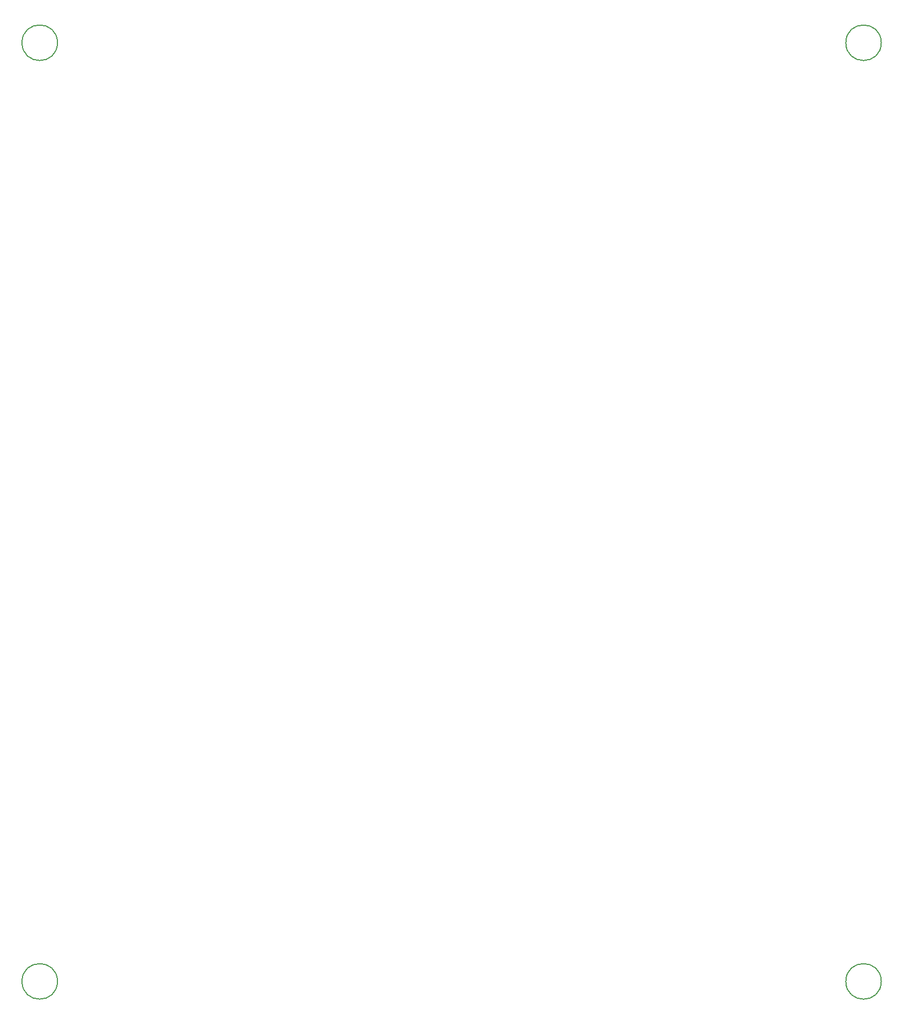
<source format=gbr>
%TF.GenerationSoftware,KiCad,Pcbnew,5.1.10*%
%TF.CreationDate,2022-02-01T20:50:29+01:00*%
%TF.ProjectId,Videoerweiterung,56696465-6f65-4727-9765-69746572756e,3*%
%TF.SameCoordinates,Original*%
%TF.FileFunction,Other,Comment*%
%FSLAX46Y46*%
G04 Gerber Fmt 4.6, Leading zero omitted, Abs format (unit mm)*
G04 Created by KiCad (PCBNEW 5.1.10) date 2022-02-01 20:50:29*
%MOMM*%
%LPD*%
G01*
G04 APERTURE LIST*
%ADD10C,0.150000*%
G04 APERTURE END LIST*
D10*
%TO.C,H3*%
X182660000Y-55480000D02*
G75*
G03*
X182660000Y-55480000I-2800000J0D01*
G01*
%TO.C,H4*%
X182660000Y-203480000D02*
G75*
G03*
X182660000Y-203480000I-2800000J0D01*
G01*
%TO.C,H2*%
X52660000Y-203480000D02*
G75*
G03*
X52660000Y-203480000I-2800000J0D01*
G01*
%TO.C,H1*%
X52660000Y-55480000D02*
G75*
G03*
X52660000Y-55480000I-2800000J0D01*
G01*
%TD*%
M02*

</source>
